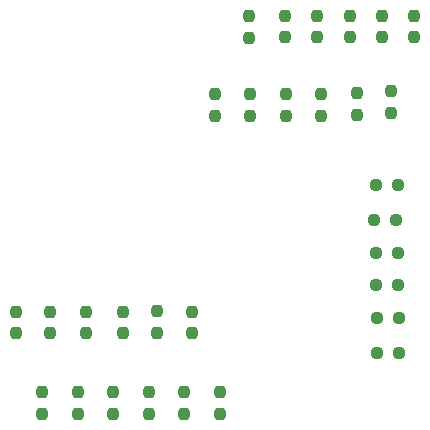
<source format=gbr>
%TF.GenerationSoftware,KiCad,Pcbnew,8.0.6-8.0.6-0~ubuntu24.04.1*%
%TF.CreationDate,2024-11-11T20:35:34-05:00*%
%TF.ProjectId,Hexapod_bot,48657861-706f-4645-9f62-6f742e6b6963,rev?*%
%TF.SameCoordinates,Original*%
%TF.FileFunction,Paste,Bot*%
%TF.FilePolarity,Positive*%
%FSLAX46Y46*%
G04 Gerber Fmt 4.6, Leading zero omitted, Abs format (unit mm)*
G04 Created by KiCad (PCBNEW 8.0.6-8.0.6-0~ubuntu24.04.1) date 2024-11-11 20:35:34*
%MOMM*%
%LPD*%
G01*
G04 APERTURE LIST*
G04 Aperture macros list*
%AMRoundRect*
0 Rectangle with rounded corners*
0 $1 Rounding radius*
0 $2 $3 $4 $5 $6 $7 $8 $9 X,Y pos of 4 corners*
0 Add a 4 corners polygon primitive as box body*
4,1,4,$2,$3,$4,$5,$6,$7,$8,$9,$2,$3,0*
0 Add four circle primitives for the rounded corners*
1,1,$1+$1,$2,$3*
1,1,$1+$1,$4,$5*
1,1,$1+$1,$6,$7*
1,1,$1+$1,$8,$9*
0 Add four rect primitives between the rounded corners*
20,1,$1+$1,$2,$3,$4,$5,0*
20,1,$1+$1,$4,$5,$6,$7,0*
20,1,$1+$1,$6,$7,$8,$9,0*
20,1,$1+$1,$8,$9,$2,$3,0*%
G04 Aperture macros list end*
%ADD10RoundRect,0.237500X0.237500X-0.250000X0.237500X0.250000X-0.237500X0.250000X-0.237500X-0.250000X0*%
%ADD11RoundRect,0.237500X-0.237500X0.250000X-0.237500X-0.250000X0.237500X-0.250000X0.237500X0.250000X0*%
%ADD12RoundRect,0.237500X0.250000X0.237500X-0.250000X0.237500X-0.250000X-0.237500X0.250000X-0.237500X0*%
G04 APERTURE END LIST*
D10*
%TO.C,R34*%
X49750000Y-9000000D03*
X49750000Y-7175000D03*
%TD*%
%TO.C,R31*%
X52500000Y-9000000D03*
X52500000Y-7175000D03*
%TD*%
%TO.C,R30*%
X47000000Y-9000000D03*
X47000000Y-7175000D03*
%TD*%
D11*
%TO.C,R38*%
X36000000Y-40912500D03*
X36000000Y-39087500D03*
%TD*%
%TO.C,R40*%
X24000000Y-40912500D03*
X24000000Y-39087500D03*
%TD*%
%TO.C,R39*%
X30000000Y-40912500D03*
X30000000Y-39087500D03*
%TD*%
D12*
%TO.C,R9*%
X49087500Y-24500000D03*
X50912500Y-24500000D03*
%TD*%
D10*
%TO.C,R32*%
X38500000Y-9075007D03*
X38500000Y-7250007D03*
%TD*%
D12*
%TO.C,R4*%
X51150000Y-32750000D03*
X49325000Y-32750000D03*
%TD*%
%TO.C,R8*%
X51075000Y-30000000D03*
X49250000Y-30000000D03*
%TD*%
D11*
%TO.C,R37*%
X21000000Y-39087500D03*
X21000000Y-40912500D03*
%TD*%
D10*
%TO.C,R29*%
X41500000Y-7175000D03*
X41500000Y-9000000D03*
%TD*%
D12*
%TO.C,R7*%
X51175000Y-35750000D03*
X49350000Y-35750000D03*
%TD*%
D10*
%TO.C,R33*%
X44250000Y-7175000D03*
X44250000Y-9000000D03*
%TD*%
D11*
%TO.C,R36*%
X27000000Y-39087500D03*
X27000000Y-40912500D03*
%TD*%
D12*
%TO.C,R5*%
X51075000Y-27250000D03*
X49250000Y-27250000D03*
%TD*%
%TO.C,R6*%
X49250000Y-21500000D03*
X51075000Y-21500000D03*
%TD*%
D11*
%TO.C,R35*%
X33000000Y-40912500D03*
X33000000Y-39087500D03*
%TD*%
D10*
%TO.C,JP2*%
X47600000Y-15575000D03*
X47600000Y-13750000D03*
%TD*%
%TO.C,JP3*%
X44600000Y-15662500D03*
X44600000Y-13837500D03*
%TD*%
D11*
%TO.C,JP9*%
X24650000Y-32250000D03*
X24650000Y-34075000D03*
%TD*%
%TO.C,JP11*%
X30730000Y-32225000D03*
X30730000Y-34050000D03*
%TD*%
D10*
%TO.C,JP4*%
X41600000Y-15675000D03*
X41600000Y-13850000D03*
%TD*%
D11*
%TO.C,JP12*%
X33630000Y-32237500D03*
X33630000Y-34062500D03*
%TD*%
D10*
%TO.C,JP1*%
X50500000Y-15412500D03*
X50500000Y-13587500D03*
%TD*%
D11*
%TO.C,JP7*%
X18750000Y-32250000D03*
X18750000Y-34075000D03*
%TD*%
%TO.C,JP10*%
X27830000Y-32250000D03*
X27830000Y-34075000D03*
%TD*%
%TO.C,JP8*%
X21650000Y-32250000D03*
X21650000Y-34075000D03*
%TD*%
D10*
%TO.C,JP6*%
X35600000Y-15662500D03*
X35600000Y-13837500D03*
%TD*%
%TO.C,JP5*%
X38600000Y-15675000D03*
X38600000Y-13850000D03*
%TD*%
M02*

</source>
